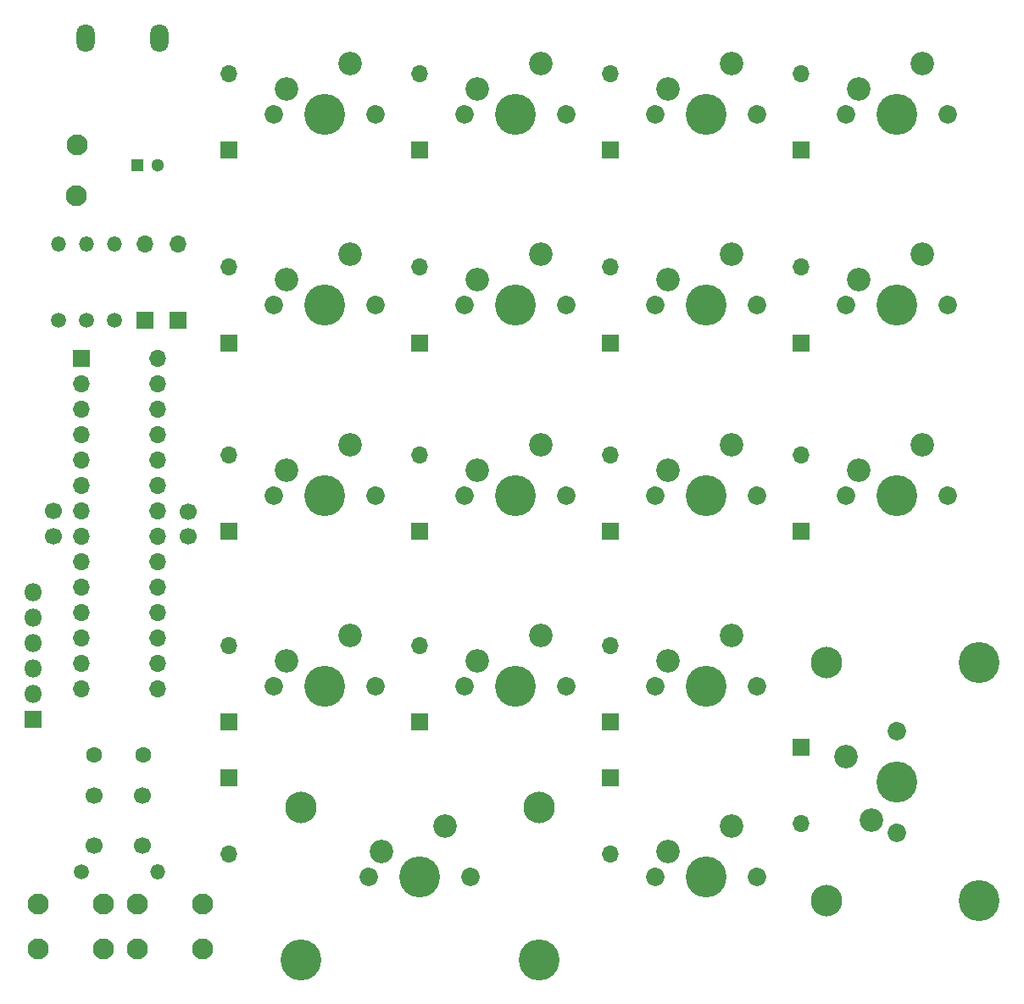
<source format=gbr>
%TF.GenerationSoftware,KiCad,Pcbnew,(5.1.6)-1*%
%TF.CreationDate,2020-06-15T13:12:43+02:00*%
%TF.ProjectId,numpad,6e756d70-6164-42e6-9b69-6361645f7063,rev?*%
%TF.SameCoordinates,Original*%
%TF.FileFunction,Soldermask,Top*%
%TF.FilePolarity,Negative*%
%FSLAX46Y46*%
G04 Gerber Fmt 4.6, Leading zero omitted, Abs format (unit mm)*
G04 Created by KiCad (PCBNEW (5.1.6)-1) date 2020-06-15 13:12:43*
%MOMM*%
%LPD*%
G01*
G04 APERTURE LIST*
%ADD10C,2.350000*%
%ADD11C,4.087800*%
%ADD12C,1.850000*%
%ADD13O,1.700000X1.700000*%
%ADD14R,1.700000X1.700000*%
%ADD15C,3.148000*%
%ADD16O,1.800000X1.800000*%
%ADD17R,1.800000X1.800000*%
%ADD18C,1.600000*%
%ADD19O,1.800000X2.800000*%
%ADD20C,2.100000*%
%ADD21O,1.500000X1.500000*%
%ADD22C,1.500000*%
%ADD23C,1.700000*%
%ADD24C,1.300000*%
%ADD25R,1.300000X1.300000*%
G04 APERTURE END LIST*
D10*
%TO.C,MX5*%
X113919000Y-66548000D03*
D11*
X111379000Y-71628000D03*
D10*
X107569000Y-69088000D03*
D12*
X106299000Y-71628000D03*
X116459000Y-71628000D03*
%TD*%
D13*
%TO.C,MCU1*%
X94742000Y-76962000D03*
X87122000Y-109982000D03*
X94742000Y-79502000D03*
X87122000Y-107442000D03*
X94742000Y-82042000D03*
X87122000Y-104902000D03*
X94742000Y-84582000D03*
X87122000Y-102362000D03*
X94742000Y-87122000D03*
X87122000Y-99822000D03*
X94742000Y-89662000D03*
X87122000Y-97282000D03*
X94742000Y-92202000D03*
X87122000Y-94742000D03*
X94742000Y-94742000D03*
X87122000Y-92202000D03*
X94742000Y-97282000D03*
X87122000Y-89662000D03*
X94742000Y-99822000D03*
X87122000Y-87122000D03*
X94742000Y-102362000D03*
X87122000Y-84582000D03*
X94742000Y-104902000D03*
X87122000Y-82042000D03*
X94742000Y-107442000D03*
X87122000Y-79502000D03*
X94742000Y-109982000D03*
D14*
X87122000Y-76962000D03*
%TD*%
D10*
%TO.C,MX18*%
X163449000Y-116713000D03*
D11*
X168529000Y-119253000D03*
D10*
X165989000Y-123063000D03*
D12*
X168529000Y-124333000D03*
X168529000Y-114173000D03*
D15*
X161544000Y-131159250D03*
X161544000Y-107346750D03*
D11*
X176784000Y-131159250D03*
X176784000Y-107346750D03*
%TD*%
D10*
%TO.C,MX17*%
X152019000Y-123698000D03*
D11*
X149479000Y-128778000D03*
D10*
X145669000Y-126238000D03*
D12*
X144399000Y-128778000D03*
X154559000Y-128778000D03*
%TD*%
D10*
%TO.C,MX16*%
X123444000Y-123698000D03*
D11*
X120904000Y-128778000D03*
D10*
X117094000Y-126238000D03*
D12*
X115824000Y-128778000D03*
X125984000Y-128778000D03*
D15*
X108997750Y-121793000D03*
X132810250Y-121793000D03*
D11*
X108997750Y-137033000D03*
X132810250Y-137033000D03*
%TD*%
D10*
%TO.C,MX15*%
X152019000Y-104648000D03*
D11*
X149479000Y-109728000D03*
D10*
X145669000Y-107188000D03*
D12*
X144399000Y-109728000D03*
X154559000Y-109728000D03*
%TD*%
D10*
%TO.C,MX14*%
X132969000Y-104648000D03*
D11*
X130429000Y-109728000D03*
D10*
X126619000Y-107188000D03*
D12*
X125349000Y-109728000D03*
X135509000Y-109728000D03*
%TD*%
D10*
%TO.C,MX13*%
X113919000Y-104648000D03*
D11*
X111379000Y-109728000D03*
D10*
X107569000Y-107188000D03*
D12*
X106299000Y-109728000D03*
X116459000Y-109728000D03*
%TD*%
D10*
%TO.C,MX12*%
X171069000Y-85598000D03*
D11*
X168529000Y-90678000D03*
D10*
X164719000Y-88138000D03*
D12*
X163449000Y-90678000D03*
X173609000Y-90678000D03*
%TD*%
D10*
%TO.C,MX11*%
X152019000Y-85598000D03*
D11*
X149479000Y-90678000D03*
D10*
X145669000Y-88138000D03*
D12*
X144399000Y-90678000D03*
X154559000Y-90678000D03*
%TD*%
D10*
%TO.C,MX10*%
X132969000Y-85598000D03*
D11*
X130429000Y-90678000D03*
D10*
X126619000Y-88138000D03*
D12*
X125349000Y-90678000D03*
X135509000Y-90678000D03*
%TD*%
D10*
%TO.C,MX9*%
X113919000Y-85598000D03*
D11*
X111379000Y-90678000D03*
D10*
X107569000Y-88138000D03*
D12*
X106299000Y-90678000D03*
X116459000Y-90678000D03*
%TD*%
D10*
%TO.C,MX8*%
X171069000Y-66548000D03*
D11*
X168529000Y-71628000D03*
D10*
X164719000Y-69088000D03*
D12*
X163449000Y-71628000D03*
X173609000Y-71628000D03*
%TD*%
D10*
%TO.C,MX7*%
X152019000Y-66548000D03*
D11*
X149479000Y-71628000D03*
D10*
X145669000Y-69088000D03*
D12*
X144399000Y-71628000D03*
X154559000Y-71628000D03*
%TD*%
D10*
%TO.C,MX6*%
X132969000Y-66548000D03*
D11*
X130429000Y-71628000D03*
D10*
X126619000Y-69088000D03*
D12*
X125349000Y-71628000D03*
X135509000Y-71628000D03*
%TD*%
D10*
%TO.C,MX4*%
X171069000Y-47498000D03*
D11*
X168529000Y-52578000D03*
D10*
X164719000Y-50038000D03*
D12*
X163449000Y-52578000D03*
X173609000Y-52578000D03*
%TD*%
D10*
%TO.C,MX3*%
X152019000Y-47498000D03*
D11*
X149479000Y-52578000D03*
D10*
X145669000Y-50038000D03*
D12*
X144399000Y-52578000D03*
X154559000Y-52578000D03*
%TD*%
D10*
%TO.C,MX2*%
X132969000Y-47498000D03*
D11*
X130429000Y-52578000D03*
D10*
X126619000Y-50038000D03*
D12*
X125349000Y-52578000D03*
X135509000Y-52578000D03*
%TD*%
D10*
%TO.C,MX1*%
X113919000Y-47498000D03*
D11*
X111379000Y-52578000D03*
D10*
X107569000Y-50038000D03*
D12*
X106299000Y-52578000D03*
X116459000Y-52578000D03*
%TD*%
D16*
%TO.C,J2*%
X82296000Y-100330000D03*
X82296000Y-102870000D03*
X82296000Y-105410000D03*
X82296000Y-107950000D03*
X82296000Y-110490000D03*
D17*
X82296000Y-113030000D03*
%TD*%
D18*
%TO.C,XTAL1*%
X93272000Y-116586000D03*
X88392000Y-116586000D03*
%TD*%
D19*
%TO.C,USB1*%
X94836000Y-44930000D03*
X87536000Y-44930000D03*
%TD*%
D20*
%TO.C,SW2*%
X89304000Y-131445000D03*
X89304000Y-135945000D03*
X82804000Y-131445000D03*
X82804000Y-135945000D03*
%TD*%
%TO.C,SW1*%
X99210000Y-131445000D03*
X99210000Y-135945000D03*
X92710000Y-131445000D03*
X92710000Y-135945000D03*
%TD*%
D21*
%TO.C,R4*%
X94742000Y-128270000D03*
D22*
X87122000Y-128270000D03*
%TD*%
D21*
%TO.C,R3*%
X90424000Y-65532000D03*
D22*
X90424000Y-73152000D03*
%TD*%
D21*
%TO.C,R2*%
X87630000Y-65532000D03*
D22*
X87630000Y-73152000D03*
%TD*%
D21*
%TO.C,R1*%
X84836000Y-65532000D03*
D22*
X84836000Y-73152000D03*
%TD*%
D20*
%TO.C,F1*%
X86624000Y-55626000D03*
X86614000Y-60706000D03*
%TD*%
D13*
%TO.C,D20*%
X159004000Y-123444000D03*
D14*
X159004000Y-115824000D03*
%TD*%
D13*
%TO.C,D19*%
X139954000Y-126492000D03*
D14*
X139954000Y-118872000D03*
%TD*%
D13*
%TO.C,D18*%
X101854000Y-126492000D03*
D14*
X101854000Y-118872000D03*
%TD*%
D13*
%TO.C,D17*%
X139954000Y-105664000D03*
D14*
X139954000Y-113284000D03*
%TD*%
D13*
%TO.C,D16*%
X120904000Y-105664000D03*
D14*
X120904000Y-113284000D03*
%TD*%
D13*
%TO.C,D15*%
X101854000Y-105664000D03*
D14*
X101854000Y-113284000D03*
%TD*%
D13*
%TO.C,D14*%
X159004000Y-86614000D03*
D14*
X159004000Y-94234000D03*
%TD*%
D13*
%TO.C,D13*%
X139954000Y-86614000D03*
D14*
X139954000Y-94234000D03*
%TD*%
D13*
%TO.C,D12*%
X120904000Y-86614000D03*
D14*
X120904000Y-94234000D03*
%TD*%
D13*
%TO.C,D11*%
X101854000Y-86614000D03*
D14*
X101854000Y-94234000D03*
%TD*%
D13*
%TO.C,D10*%
X159004000Y-67818000D03*
D14*
X159004000Y-75438000D03*
%TD*%
D13*
%TO.C,D9*%
X139954000Y-67818000D03*
D14*
X139954000Y-75438000D03*
%TD*%
D13*
%TO.C,D8*%
X120904000Y-67818000D03*
D14*
X120904000Y-75438000D03*
%TD*%
D13*
%TO.C,D7*%
X101854000Y-67818000D03*
D14*
X101854000Y-75438000D03*
%TD*%
D13*
%TO.C,D6*%
X159004000Y-48514000D03*
D14*
X159004000Y-56134000D03*
%TD*%
D13*
%TO.C,D5*%
X139954000Y-48514000D03*
D14*
X139954000Y-56134000D03*
%TD*%
D13*
%TO.C,D4*%
X120904000Y-48514000D03*
D14*
X120904000Y-56134000D03*
%TD*%
D13*
%TO.C,D3*%
X101854000Y-48514000D03*
D14*
X101854000Y-56134000D03*
%TD*%
D13*
%TO.C,D2*%
X93472000Y-65532000D03*
D14*
X93472000Y-73152000D03*
%TD*%
D13*
%TO.C,D1*%
X96774000Y-65532000D03*
D14*
X96774000Y-73152000D03*
%TD*%
D23*
%TO.C,C5*%
X88392000Y-125650000D03*
X88392000Y-120650000D03*
%TD*%
%TO.C,C4*%
X93218000Y-125650000D03*
X93218000Y-120650000D03*
%TD*%
%TO.C,C3*%
X97790000Y-92242000D03*
X97790000Y-94742000D03*
%TD*%
%TO.C,C2*%
X84328000Y-94702000D03*
X84328000Y-92202000D03*
%TD*%
D24*
%TO.C,C1*%
X94710000Y-57658000D03*
D25*
X92710000Y-57658000D03*
%TD*%
M02*

</source>
